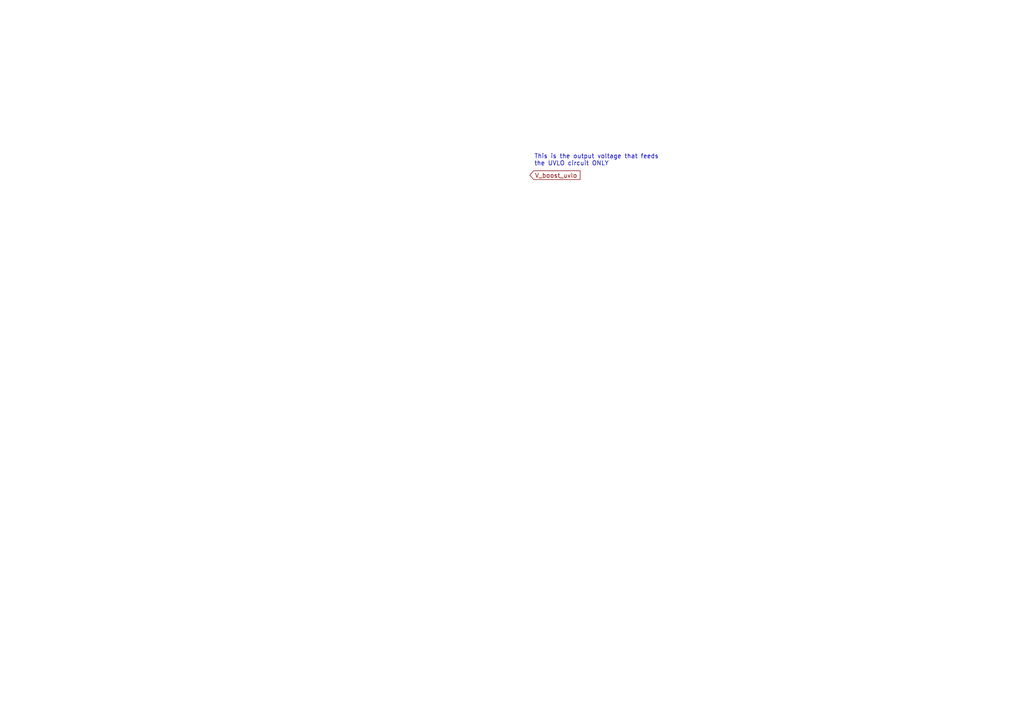
<source format=kicad_sch>
(kicad_sch (version 20230121) (generator eeschema)
  (paper "A4")
  (title_block (title "DC-DC boost converter for UVLO") (date "2024-02-07") (rev "1"))
  (lib_symbols)
  (text "This is the output voltage that feeds\nthe UVLO circuit ONLY" (at 154.94 48.26 0) (effects (font (size 1.27 1.27)) (justify left bottom)))
  (global_label "V_boost_uvlo" (shape input) (at 153.67 50.8 0) (property "Intersheetrefs" "${INTERSHEET_REFS}" (effects hide)))
)
</source>
